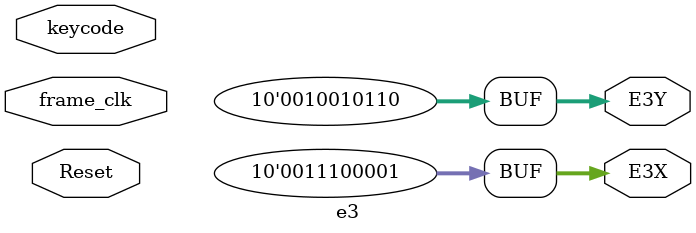
<source format=sv>



module  e3 ( input Reset, frame_clk, input [7:0] keycode,
               output [9:0]  E3X, E3Y);
    
       
    assign E3X = 225;
   
    assign E3Y = 150;
    

endmodule

</source>
